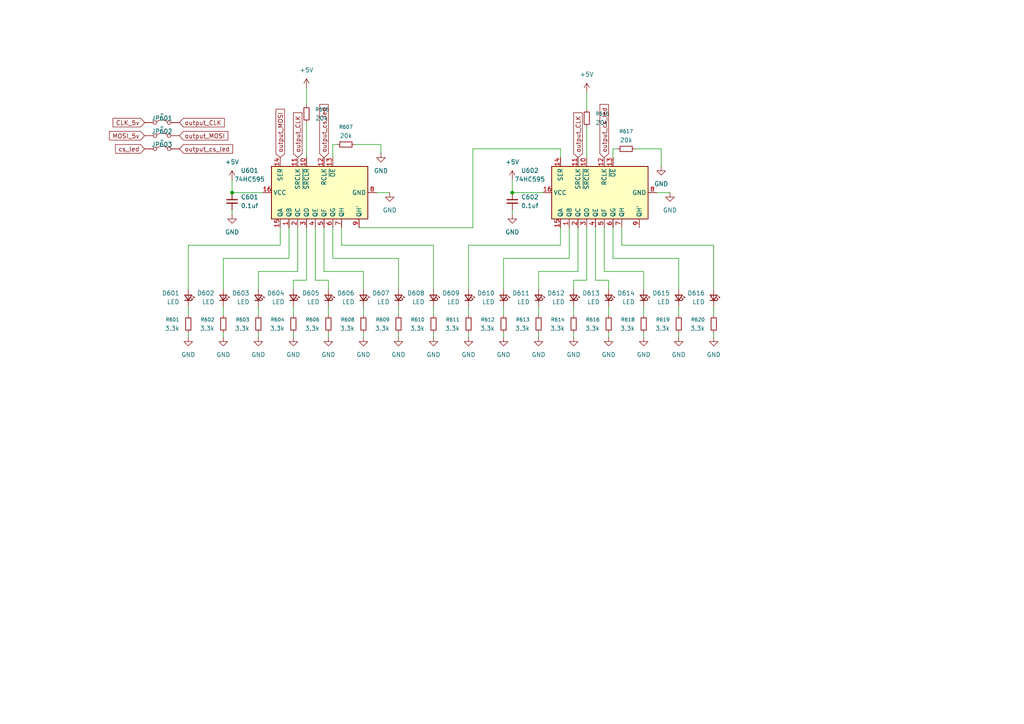
<source format=kicad_sch>
(kicad_sch (version 20250114) (generator "eeschema") (generator_version "9.0")
  (paper "A4")
  (lib_symbols
    (symbol "74xx:74HC595"
      (property "Reference" "U" (at -7.62 13.97 0))
      (property "Value" "74HC595" (at -7.62 -16.51 0))
      (symbol "74HC595_1_0"
        (pin input line (at -10.16 10.16 0) (length 2.54) (name "SER") (number "14"))
        (pin input line (at -10.16 5.08 0) (length 2.54) (name "SRCLK") (number "11"))
        (pin input line (at -10.16 2.54 0) (length 2.54) (name "~{SRCLR}") (number "10"))
        (pin input line (at -10.16 -2.54 0) (length 2.54) (name "RCLK") (number "12"))
        (pin input line (at -10.16 -5.08 0) (length 2.54) (name "~{OE}") (number "13"))
        (pin power_in line (at 0 15.24 270) (length 2.54) (name "VCC") (number "16"))
        (pin power_in line (at 0 -17.78 90) (length 2.54) (name "GND") (number "8"))
        (pin tri_state line (at 10.16 10.16 180) (length 2.54) (name "QA") (number "15"))
        (pin tri_state line (at 10.16 7.62 180) (length 2.54) (name "QB") (number "1"))
        (pin tri_state line (at 10.16 5.08 180) (length 2.54) (name "QC") (number "2"))
        (pin tri_state line (at 10.16 2.54 180) (length 2.54) (name "QD") (number "3"))
        (pin tri_state line (at 10.16 0 180) (length 2.54) (name "QE") (number "4"))
        (pin tri_state line (at 10.16 -2.54 180) (length 2.54) (name "QF") (number "5"))
        (pin tri_state line (at 10.16 -5.08 180) (length 2.54) (name "QG") (number "6"))
        (pin tri_state line (at 10.16 -7.62 180) (length 2.54) (name "QH") (number "7"))
        (pin output line (at 10.16 -12.7 180) (length 2.54) (name "QH'") (number "9"))
      )
      (symbol "74HC595_1_1"
        (rectangle (start -7.62 12.7) (end 7.62 -15.24) (stroke (width 0.254)) (fill (type background)))
      )
    )
    (symbol "Device:C_Small" (pin_numbers (hide yes)) (pin_names (offset 0.254) (hide yes))
      (property "Reference" "C" (at 0.254 1.778 0))
      (property "Value" "C_Small" (at 0.254 -2.032 0))
      (symbol "C_Small_0_1"
        (polyline (pts (xy -1.524 0.508) (xy 1.524 0.508)) (stroke (width 0.3048)))
        (polyline (pts (xy -1.524 -0.508) (xy 1.524 -0.508)) (stroke (width 0.3302)))
      )
      (symbol "C_Small_1_1"
        (pin passive line (at 0 2.54 270) (length 2.032) (name "~") (number "1"))
        (pin passive line (at 0 -2.54 90) (length 2.032) (name "~") (number "2"))
      )
    )
    (symbol "Device:LED_Small" (pin_numbers (hide yes)) (pin_names (offset 0.254) (hide yes))
      (property "Reference" "D" (at -1.27 3.175 0))
      (property "Value" "LED_Small" (at -4.445 -2.54 0))
      (symbol "LED_Small_0_1"
        (polyline (pts (xy -0.762 -1.016) (xy -0.762 1.016)) (stroke (width 0.254)))
        (polyline (pts (xy 0 0.762) (xy -0.508 1.27) (xy -0.254 1.27) (xy -0.508 1.27) (xy -0.508 1.016)))
        (polyline (pts (xy 0.508 1.27) (xy 0 1.778) (xy 0.254 1.778) (xy 0 1.778) (xy 0 1.524)))
        (polyline (pts (xy 0.762 -1.016) (xy -0.762 0) (xy 0.762 1.016) (xy 0.762 -1.016)) (stroke (width 0.254)))
        (polyline (pts (xy 1.016 0) (xy -0.762 0)))
      )
      (symbol "LED_Small_1_1"
        (pin passive line (at -2.54 0 0) (length 1.778) (name "K") (number "1"))
        (pin passive line (at 2.54 0 180) (length 1.778) (name "A") (number "2"))
      )
    )
    (symbol "Device:R_Small" (pin_numbers (hide yes)) (pin_names (offset 0.254) (hide yes))
      (property "Reference" "R" (at 0 0 90))
      (property "Value" "R_Small" (at 1.778 0 90))
      (symbol "R_Small_0_1"
        (rectangle (start -0.762 1.778) (end 0.762 -1.778) (stroke (width 0.2032)))
      )
      (symbol "R_Small_1_1"
        (pin passive line (at 0 2.54 270) (length 0.762) (name "~") (number "1"))
        (pin passive line (at 0 -2.54 90) (length 0.762) (name "~") (number "2"))
      )
    )
    (symbol "Jumper:Jumper_2_Bridged" (pin_numbers (hide yes)) (pin_names (offset 0) (hide yes))
      (property "Reference" "JP" (at 0 1.905 0))
      (property "Value" "Jumper_2_Bridged" (at 0 -2.54 0))
      (symbol "Jumper_2_Bridged_0_0"
        (circle (center -2.032 0) (radius 0.508))
        (circle (center 2.032 0) (radius 0.508))
      )
      (symbol "Jumper_2_Bridged_0_1"
        (arc (start -1.524 0.254) (mid 0 0.762) (end 1.524 0.254))
      )
      (symbol "Jumper_2_Bridged_1_1"
        (pin passive line (at -5.08 0 0) (length 2.54) (name "A") (number "1"))
        (pin passive line (at 5.08 0 180) (length 2.54) (name "B") (number "2"))
      )
    )
    (symbol "power:+5V" (power) (pin_numbers (hide yes)) (pin_names (offset 0) (hide yes))
      (property "Value" "+5V" (at 0 3.556 0))
      (symbol "+5V_0_1"
        (polyline (pts (xy -0.762 1.27) (xy 0 2.54)))
        (polyline (pts (xy 0 2.54) (xy 0.762 1.27)))
        (polyline (pts (xy 0 0) (xy 0 2.54)))
      )
      (symbol "+5V_1_1"
        (pin power_in line (at 0 0 90) (length 0) (name "~") (number "1"))
      )
    )
    (symbol "power:GND" (power) (pin_numbers (hide yes)) (pin_names (offset 0) (hide yes))
      (property "Value" "GND" (at 0 -3.81 0))
      (symbol "GND_0_1"
        (polyline (pts (xy 0 0) (xy 0 -1.27) (xy 1.27 -1.27) (xy 0 -2.54) (xy -1.27 -1.27) (xy 0 -1.27)))
      )
      (symbol "GND_1_1"
        (pin power_in line (at 0 0 270) (length 0) (name "~") (number "1"))
      )
    )
  )
  (junction (at 148.59 55.88))
  (junction (at 67.31 55.88))
  (wire (pts (xy 191.77 43.18) (xy 184.15 43.18)))
  (wire (pts (xy 207.01 88.9) (xy 207.01 91.44)))
  (wire (pts (xy 166.37 97.79) (xy 166.37 96.52)))
  (wire (pts (xy 135.89 71.12) (xy 162.56 71.12)))
  (wire (pts (xy 186.69 83.82) (xy 186.69 78.74)))
  (wire (pts (xy 64.77 83.82) (xy 64.77 74.93)))
  (wire (pts (xy 125.73 97.79) (xy 125.73 96.52)))
  (wire (pts (xy 146.05 74.93) (xy 165.1 74.93)))
  (wire (pts (xy 110.49 41.91) (xy 102.87 41.91)))
  (wire (pts (xy 64.77 88.9) (xy 64.77 91.44)))
  (wire (pts (xy 95.25 97.79) (xy 95.25 96.52)))
  (wire (pts (xy 85.09 97.79) (xy 85.09 96.52)))
  (wire (pts (xy 88.9 25.4) (xy 88.9 30.48)))
  (wire (pts (xy 170.18 36.83) (xy 170.18 45.72)))
  (wire (pts (xy 177.8 66.04) (xy 177.8 74.93)))
  (wire (pts (xy 156.21 88.9) (xy 156.21 91.44)))
  (wire (pts (xy 105.41 78.74) (xy 93.98 78.74)))
  (wire (pts (xy 115.57 88.9) (xy 115.57 91.44)))
  (wire (pts (xy 137.16 66.04) (xy 137.16 43.18)))
  (wire (pts (xy 74.93 97.79) (xy 74.93 96.52)))
  (wire (pts (xy 86.36 66.04) (xy 86.36 78.74)))
  (wire (pts (xy 177.8 74.93) (xy 196.85 74.93)))
  (wire (pts (xy 166.37 88.9) (xy 166.37 91.44)))
  (wire (pts (xy 162.56 43.18) (xy 162.56 45.72)))
  (wire (pts (xy 207.01 97.79) (xy 207.01 96.52)))
  (wire (pts (xy 96.52 74.93) (xy 115.57 74.93)))
  (wire (pts (xy 115.57 74.93) (xy 115.57 83.82)))
  (wire (pts (xy 109.22 55.88) (xy 113.03 55.88)))
  (wire (pts (xy 110.49 44.45) (xy 110.49 41.91)))
  (wire (pts (xy 179.07 43.18) (xy 177.8 43.18)))
  (wire (pts (xy 67.31 62.23) (xy 67.31 60.96)))
  (wire (pts (xy 156.21 97.79) (xy 156.21 96.52)))
  (wire (pts (xy 177.8 43.18) (xy 177.8 45.72)))
  (wire (pts (xy 115.57 97.79) (xy 115.57 96.52)))
  (wire (pts (xy 95.25 81.28) (xy 95.25 83.82)))
  (wire (pts (xy 176.53 88.9) (xy 176.53 91.44)))
  (wire (pts (xy 175.26 66.04) (xy 175.26 78.74)))
  (wire (pts (xy 146.05 88.9) (xy 146.05 91.44)))
  (wire (pts (xy 186.69 97.79) (xy 186.69 96.52)))
  (wire (pts (xy 105.41 88.9) (xy 105.41 91.44)))
  (wire (pts (xy 176.53 81.28) (xy 176.53 83.82)))
  (wire (pts (xy 135.89 88.9) (xy 135.89 91.44)))
  (wire (pts (xy 99.06 71.12) (xy 125.73 71.12)))
  (wire (pts (xy 54.61 97.79) (xy 54.61 96.52)))
  (wire (pts (xy 166.37 81.28) (xy 170.18 81.28)))
  (wire (pts (xy 196.85 88.9) (xy 196.85 91.44)))
  (wire (pts (xy 148.59 55.88) (xy 157.48 55.88)))
  (wire (pts (xy 95.25 88.9) (xy 95.25 91.44)))
  (wire (pts (xy 99.06 66.04) (xy 99.06 71.12)))
  (wire (pts (xy 83.82 66.04) (xy 83.82 74.93)))
  (wire (pts (xy 165.1 66.04) (xy 165.1 74.93)))
  (wire (pts (xy 146.05 83.82) (xy 146.05 74.93)))
  (wire (pts (xy 105.41 83.82) (xy 105.41 78.74)))
  (wire (pts (xy 104.14 66.04) (xy 137.16 66.04)))
  (wire (pts (xy 190.5 55.88) (xy 194.31 55.88)))
  (wire (pts (xy 88.9 35.56) (xy 88.9 45.72)))
  (wire (pts (xy 85.09 81.28) (xy 88.9 81.28)))
  (wire (pts (xy 186.69 78.74) (xy 175.26 78.74)))
  (wire (pts (xy 74.93 83.82) (xy 74.93 78.74)))
  (wire (pts (xy 93.98 66.04) (xy 93.98 78.74)))
  (wire (pts (xy 170.18 66.04) (xy 170.18 81.28)))
  (wire (pts (xy 170.18 26.67) (xy 170.18 31.75)))
  (wire (pts (xy 54.61 71.12) (xy 81.28 71.12)))
  (wire (pts (xy 156.21 78.74) (xy 167.64 78.74)))
  (wire (pts (xy 146.05 97.79) (xy 146.05 96.52)))
  (wire (pts (xy 125.73 88.9) (xy 125.73 91.44)))
  (wire (pts (xy 135.89 83.82) (xy 135.89 71.12)))
  (wire (pts (xy 162.56 71.12) (xy 162.56 66.04)))
  (wire (pts (xy 96.52 41.91) (xy 96.52 45.72)))
  (wire (pts (xy 81.28 71.12) (xy 81.28 66.04)))
  (wire (pts (xy 97.79 41.91) (xy 96.52 41.91)))
  (wire (pts (xy 196.85 97.79) (xy 196.85 96.52)))
  (wire (pts (xy 91.44 66.04) (xy 91.44 81.28)))
  (wire (pts (xy 148.59 62.23) (xy 148.59 60.96)))
  (wire (pts (xy 125.73 71.12) (xy 125.73 83.82)))
  (wire (pts (xy 167.64 66.04) (xy 167.64 78.74)))
  (wire (pts (xy 105.41 97.79) (xy 105.41 96.52)))
  (wire (pts (xy 176.53 97.79) (xy 176.53 96.52)))
  (wire (pts (xy 137.16 43.18) (xy 162.56 43.18)))
  (wire (pts (xy 96.52 66.04) (xy 96.52 74.93)))
  (wire (pts (xy 88.9 66.04) (xy 88.9 81.28)))
  (wire (pts (xy 74.93 88.9) (xy 74.93 91.44)))
  (wire (pts (xy 172.72 66.04) (xy 172.72 81.28)))
  (wire (pts (xy 156.21 83.82) (xy 156.21 78.74)))
  (wire (pts (xy 91.44 81.28) (xy 95.25 81.28)))
  (wire (pts (xy 64.77 97.79) (xy 64.77 96.52)))
  (wire (pts (xy 54.61 88.9) (xy 54.61 91.44)))
  (wire (pts (xy 191.77 43.18) (xy 191.77 48.26)))
  (wire (pts (xy 135.89 97.79) (xy 135.89 96.52)))
  (wire (pts (xy 67.31 52.07) (xy 67.31 55.88)))
  (wire (pts (xy 207.01 71.12) (xy 207.01 83.82)))
  (wire (pts (xy 54.61 83.82) (xy 54.61 71.12)))
  (wire (pts (xy 196.85 74.93) (xy 196.85 83.82)))
  (wire (pts (xy 67.31 55.88) (xy 76.2 55.88)))
  (wire (pts (xy 172.72 81.28) (xy 176.53 81.28)))
  (wire (pts (xy 180.34 66.04) (xy 180.34 71.12)))
  (wire (pts (xy 186.69 88.9) (xy 186.69 91.44)))
  (wire (pts (xy 85.09 88.9) (xy 85.09 91.44)))
  (wire (pts (xy 180.34 71.12) (xy 207.01 71.12)))
  (wire (pts (xy 166.37 83.82) (xy 166.37 81.28)))
  (wire (pts (xy 85.09 83.82) (xy 85.09 81.28)))
  (wire (pts (xy 74.93 78.74) (xy 86.36 78.74)))
  (wire (pts (xy 148.59 52.07) (xy 148.59 55.88)))
  (wire (pts (xy 64.77 74.93) (xy 83.82 74.93)))
  (global_label "output_cs_led" (shape input) (at 175.26 45.72 90) (property "Intersheetrefs" "${INTERSHEET_REFS}" (effects (hide yes))))
  (global_label "output_CLK" (shape input) (at 167.64 45.72 90) (property "Intersheetrefs" "${INTERSHEET_REFS}" (effects (hide yes))))
  (global_label "output_cs_led" (shape input) (at 52.07 43.18 0) (property "Intersheetrefs" "${INTERSHEET_REFS}" (effects (hide yes))))
  (global_label "cs_led" (shape input) (at 41.91 43.18 180) (property "Intersheetrefs" "${INTERSHEET_REFS}" (effects (hide yes))))
  (global_label "MOSI_5v" (shape input) (at 41.91 39.37 180) (property "Intersheetrefs" "${INTERSHEET_REFS}" (effects (hide yes))))
  (global_label "output_CLK" (shape input) (at 86.36 45.72 90) (property "Intersheetrefs" "${INTERSHEET_REFS}" (effects (hide yes))))
  (global_label "output_cs_led" (shape input) (at 93.98 45.72 90) (property "Intersheetrefs" "${INTERSHEET_REFS}" (effects (hide yes))))
  (global_label "output_MOSI" (shape input) (at 81.28 45.72 90) (property "Intersheetrefs" "${INTERSHEET_REFS}" (effects (hide yes))))
  (global_label "output_CLK" (shape input) (at 52.07 35.56 0) (property "Intersheetrefs" "${INTERSHEET_REFS}" (effects (hide yes))))
  (global_label "output_MOSI" (shape input) (at 52.07 39.37 0) (property "Intersheetrefs" "${INTERSHEET_REFS}" (effects (hide yes))))
  (global_label "CLK_5v" (shape input) (at 41.91 35.56 180) (property "Intersheetrefs" "${INTERSHEET_REFS}" (effects (hide yes))))
  (symbol (lib_id "power:GND") (at 110.49 44.45 0) (unit 1)
    (property "Reference" "#PWR0610" (effects (hide yes)))
    (property "Value" "GND" (at 110.49 49.53 0))
    (property "Description" "Power symbol creates a global label with name \"GND\" , ground" (effects (hide yes)))
  )
  (symbol (lib_id "Device:R_Small") (at 125.73 93.98 0) (mirror y) (unit 1)
    (property "Reference" "R610" (at 123.19 92.7099 0) (effects (font (size 1.016 1.016)) (justify left)))
    (property "Value" "3.3k" (at 123.19 95.2499 0) (effects (justify left)))
    (property "Footprint" "Resistor_SMD:R_0805_2012Metric_Pad1.20x1.40mm_HandSolder" (effects (hide yes)))
    (property "Description" "Resistor, small symbol" (effects (hide yes)))
  )
  (symbol (lib_id "power:GND") (at 135.89 97.79 0) (mirror y) (unit 1)
    (property "Reference" "#PWR0614" (effects (hide yes)))
    (property "Value" "GND" (at 135.89 102.87 0))
    (property "Description" "Power symbol creates a global label with name \"GND\" , ground" (effects (hide yes)))
  )
  (symbol (lib_id "Device:LED_Small") (at 207.01 86.36 270) (mirror x) (unit 1)
    (property "Reference" "D616" (at 204.47 85.0264 90) (effects (justify right)))
    (property "Value" "LED" (at 204.47 87.5664 90) (effects (justify right)))
    (property "Footprint" "LED_SMD:LED_0805_2012Metric_Pad1.15x1.40mm_HandSolder" (effects (hide yes)))
    (property "Description" "Light emitting diode, small symbol" (effects (hide yes)))
    (property "Sim.Pin" "1=K 2=A" (effects (hide yes)))
  )
  (symbol (lib_id "Device:LED_Small") (at 156.21 86.36 270) (mirror x) (unit 1)
    (property "Reference" "D611" (at 153.67 85.0264 90) (effects (justify right)))
    (property "Value" "LED" (at 153.67 87.5664 90) (effects (justify right)))
    (property "Footprint" "LED_SMD:LED_0805_2012Metric_Pad1.15x1.40mm_HandSolder" (effects (hide yes)))
    (property "Description" "Light emitting diode, small symbol" (effects (hide yes)))
    (property "Sim.Pin" "1=K 2=A" (effects (hide yes)))
  )
  (symbol (lib_id "Device:R_Small") (at 95.25 93.98 0) (mirror y) (unit 1)
    (property "Reference" "R606" (at 92.71 92.7099 0) (effects (font (size 1.016 1.016)) (justify left)))
    (property "Value" "3.3k" (at 92.71 95.2499 0) (effects (justify left)))
    (property "Footprint" "Resistor_SMD:R_0805_2012Metric_Pad1.20x1.40mm_HandSolder" (effects (hide yes)))
    (property "Description" "Resistor, small symbol" (effects (hide yes)))
  )
  (symbol (lib_id "power:GND") (at 54.61 97.79 0) (mirror y) (unit 1)
    (property "Reference" "#PWR0601" (effects (hide yes)))
    (property "Value" "GND" (at 54.61 102.87 0))
    (property "Description" "Power symbol creates a global label with name \"GND\" , ground" (effects (hide yes)))
  )
  (symbol (lib_id "power:GND") (at 156.21 97.79 0) (mirror y) (unit 1)
    (property "Reference" "#PWR0618" (effects (hide yes)))
    (property "Value" "GND" (at 156.21 102.87 0))
    (property "Description" "Power symbol creates a global label with name \"GND\" , ground" (effects (hide yes)))
  )
  (symbol (lib_id "Device:LED_Small") (at 176.53 86.36 270) (mirror x) (unit 1)
    (property "Reference" "D613" (at 173.99 85.0264 90) (effects (justify right)))
    (property "Value" "LED" (at 173.99 87.5664 90) (effects (justify right)))
    (property "Footprint" "LED_SMD:LED_0805_2012Metric_Pad1.15x1.40mm_HandSolder" (effects (hide yes)))
    (property "Description" "Light emitting diode, small symbol" (effects (hide yes)))
    (property "Sim.Pin" "1=K 2=A" (effects (hide yes)))
  )
  (symbol (lib_id "Device:R_Small") (at 166.37 93.98 0) (mirror y) (unit 1)
    (property "Reference" "R614" (at 163.83 92.7099 0) (effects (font (size 1.016 1.016)) (justify left)))
    (property "Value" "3.3k" (at 163.83 95.2499 0) (effects (justify left)))
    (property "Footprint" "Resistor_SMD:R_0805_2012Metric_Pad1.20x1.40mm_HandSolder" (effects (hide yes)))
    (property "Description" "Resistor, small symbol" (effects (hide yes)))
  )
  (symbol (lib_id "Device:C_Small") (at 67.31 58.42 0) (mirror y) (unit 1)
    (property "Reference" "C601" (at 69.85 57.1562 0) (effects (justify right)))
    (property "Value" "0.1uf" (at 69.85 59.6962 0) (effects (justify right)))
    (property "Footprint" "LED_SMD:LED_0805_2012Metric_Pad1.15x1.40mm_HandSolder" (effects (hide yes)))
    (property "Description" "Unpolarized capacitor, small symbol" (effects (hide yes)))
  )
  (symbol (lib_id "power:GND") (at 176.53 97.79 0) (mirror y) (unit 1)
    (property "Reference" "#PWR0621" (effects (hide yes)))
    (property "Value" "GND" (at 176.53 102.87 0))
    (property "Description" "Power symbol creates a global label with name \"GND\" , ground" (effects (hide yes)))
  )
  (symbol (lib_id "Device:LED_Small") (at 54.61 86.36 270) (mirror x) (unit 1)
    (property "Reference" "D601" (at 52.07 85.0264 90) (effects (justify right)))
    (property "Value" "LED" (at 52.07 87.5664 90) (effects (justify right)))
    (property "Footprint" "LED_SMD:LED_0805_2012Metric_Pad1.15x1.40mm_HandSolder" (effects (hide yes)))
    (property "Description" "Light emitting diode, small symbol" (effects (hide yes)))
    (property "Sim.Pin" "1=K 2=A" (effects (hide yes)))
  )
  (symbol (lib_id "Device:R_Small") (at 74.93 93.98 0) (mirror y) (unit 1)
    (property "Reference" "R603" (at 72.39 92.7099 0) (effects (font (size 1.016 1.016)) (justify left)))
    (property "Value" "3.3k" (at 72.39 95.2499 0) (effects (justify left)))
    (property "Footprint" "Resistor_SMD:R_0805_2012Metric_Pad1.20x1.40mm_HandSolder" (effects (hide yes)))
    (property "Description" "Resistor, small symbol" (effects (hide yes)))
  )
  (symbol (lib_id "power:GND") (at 115.57 97.79 0) (mirror y) (unit 1)
    (property "Reference" "#PWR0612" (effects (hide yes)))
    (property "Value" "GND" (at 115.57 102.87 0))
    (property "Description" "Power symbol creates a global label with name \"GND\" , ground" (effects (hide yes)))
  )
  (symbol (lib_id "Device:LED_Small") (at 105.41 86.36 270) (mirror x) (unit 1)
    (property "Reference" "D606" (at 102.87 85.0264 90) (effects (justify right)))
    (property "Value" "LED" (at 102.87 87.5664 90) (effects (justify right)))
    (property "Footprint" "LED_SMD:LED_0805_2012Metric_Pad1.15x1.40mm_HandSolder" (effects (hide yes)))
    (property "Description" "Light emitting diode, small symbol" (effects (hide yes)))
    (property "Sim.Pin" "1=K 2=A" (effects (hide yes)))
  )
  (symbol (lib_id "power:GND") (at 194.31 55.88 0) (unit 1)
    (property "Reference" "#PWR0624" (effects (hide yes)))
    (property "Value" "GND" (at 194.31 60.96 0))
    (property "Description" "Power symbol creates a global label with name \"GND\" , ground" (effects (hide yes)))
  )
  (symbol (lib_id "Device:R_Small") (at 170.18 34.29 0) (mirror y) (unit 1)
    (property "Reference" "R615" (at 172.72 33.0199 0) (effects (font (size 1.016 1.016)) (justify right)))
    (property "Value" "20k" (at 172.72 35.5599 0) (effects (justify right)))
    (property "Footprint" "Resistor_SMD:R_0805_2012Metric_Pad1.20x1.40mm_HandSolder" (effects (hide yes)))
    (property "Description" "Resistor, small symbol" (effects (hide yes)))
  )
  (symbol (lib_id "power:+5V") (at 88.9 25.4 0) (unit 1)
    (property "Reference" "#PWR0607" (effects (hide yes)))
    (property "Value" "+5V" (at 88.9 20.32 0))
    (property "Description" "Power symbol creates a global label with name \"+5V\"" (effects (hide yes)))
  )
  (symbol (lib_id "Device:LED_Small") (at 186.69 86.36 270) (mirror x) (unit 1)
    (property "Reference" "D614" (at 184.15 85.0264 90) (effects (justify right)))
    (property "Value" "LED" (at 184.15 87.5664 90) (effects (justify right)))
    (property "Footprint" "LED_SMD:LED_0805_2012Metric_Pad1.15x1.40mm_HandSolder" (effects (hide yes)))
    (property "Description" "Light emitting diode, small symbol" (effects (hide yes)))
    (property "Sim.Pin" "1=K 2=A" (effects (hide yes)))
  )
  (symbol (lib_id "Device:R_Small") (at 88.9 33.02 0) (mirror y) (unit 1)
    (property "Reference" "R605" (at 91.44 31.7499 0) (effects (font (size 1.016 1.016)) (justify right)))
    (property "Value" "20k" (at 91.44 34.2899 0) (effects (justify right)))
    (property "Footprint" "Resistor_SMD:R_0805_2012Metric_Pad1.20x1.40mm_HandSolder" (effects (hide yes)))
    (property "Description" "Resistor, small symbol" (effects (hide yes)))
  )
  (symbol (lib_id "Device:R_Small") (at 54.61 93.98 0) (mirror y) (unit 1)
    (property "Reference" "R601" (at 52.07 92.7099 0) (effects (font (size 1.016 1.016)) (justify left)))
    (property "Value" "3.3k" (at 52.07 95.2499 0) (effects (justify left)))
    (property "Footprint" "Resistor_SMD:R_0805_2012Metric_Pad1.20x1.40mm_HandSolder" (effects (hide yes)))
    (property "Description" "Resistor, small symbol" (effects (hide yes)))
  )
  (symbol (lib_id "Jumper:Jumper_2_Bridged") (at 46.99 39.37 0) (unit 1)
    (property "Reference" "JP602" (at 46.99 38.1 0))
    (property "Value" "~" (at 46.99 36.83 0))
    (property "Footprint" "Jumper:SolderJumper-2_P1.3mm_Bridged_RoundedPad1.0x1.5mm" (effects (hide yes)))
    (property "Description" "Jumper, 2-pole, closed/bridged" (effects (hide yes)))
  )
  (symbol (lib_id "Device:LED_Small") (at 146.05 86.36 270) (mirror x) (unit 1)
    (property "Reference" "D610" (at 143.51 85.0264 90) (effects (justify right)))
    (property "Value" "LED" (at 143.51 87.5664 90) (effects (justify right)))
    (property "Footprint" "LED_SMD:LED_0805_2012Metric_Pad1.15x1.40mm_HandSolder" (effects (hide yes)))
    (property "Description" "Light emitting diode, small symbol" (effects (hide yes)))
    (property "Sim.Pin" "1=K 2=A" (effects (hide yes)))
  )
  (symbol (lib_id "power:GND") (at 191.77 48.26 0) (unit 1)
    (property "Reference" "#PWR0623" (effects (hide yes)))
    (property "Value" "GND" (at 191.77 53.34 0))
    (property "Description" "Power symbol creates a global label with name \"GND\" , ground" (effects (hide yes)))
  )
  (symbol (lib_id "Device:R_Small") (at 156.21 93.98 0) (mirror y) (unit 1)
    (property "Reference" "R613" (at 153.67 92.7099 0) (effects (font (size 1.016 1.016)) (justify left)))
    (property "Value" "3.3k" (at 153.67 95.2499 0) (effects (justify left)))
    (property "Footprint" "Resistor_SMD:R_0805_2012Metric_Pad1.20x1.40mm_HandSolder" (effects (hide yes)))
    (property "Description" "Resistor, small symbol" (effects (hide yes)))
  )
  (symbol (lib_id "Device:R_Small") (at 176.53 93.98 0) (mirror y) (unit 1)
    (property "Reference" "R616" (at 173.99 92.7099 0) (effects (font (size 1.016 1.016)) (justify left)))
    (property "Value" "3.3k" (at 173.99 95.2499 0) (effects (justify left)))
    (property "Footprint" "Resistor_SMD:R_0805_2012Metric_Pad1.20x1.40mm_HandSolder" (effects (hide yes)))
    (property "Description" "Resistor, small symbol" (effects (hide yes)))
  )
  (symbol (lib_id "74xx:74HC595") (at 172.72 55.88 90) (mirror x) (unit 1)
    (property "Reference" "U602" (at 153.67 49.4598 90))
    (property "Value" "74HC595" (at 153.67 51.9998 90))
    (property "Footprint" "Package_SO:SO-16_3.9x9.9mm_P1.27mm" (effects (hide yes)))
    (property "Datasheet" "http://www.ti.com/lit/ds/symlink/sn74hc595.pdf" (effects (hide yes)))
    (property "Description" "8-bit serial in/out Shift Register 3-State Outputs" (effects (hide yes)))
  )
  (symbol (lib_id "Jumper:Jumper_2_Bridged") (at 46.99 43.18 0) (unit 1)
    (property "Reference" "JP603" (at 46.99 41.91 0))
    (property "Value" "~" (at 46.99 40.64 0))
    (property "Footprint" "Jumper:SolderJumper-2_P1.3mm_Bridged_RoundedPad1.0x1.5mm" (effects (hide yes)))
    (property "Description" "Jumper, 2-pole, closed/bridged" (effects (hide yes)))
  )
  (symbol (lib_id "power:+5V") (at 148.59 52.07 0) (unit 1)
    (property "Reference" "#PWR0616" (effects (hide yes)))
    (property "Value" "+5V" (at 148.59 46.99 0))
    (property "Description" "Power symbol creates a global label with name \"+5V\"" (effects (hide yes)))
  )
  (symbol (lib_id "Device:R_Small") (at 85.09 93.98 0) (mirror y) (unit 1)
    (property "Reference" "R604" (at 82.55 92.7099 0) (effects (font (size 1.016 1.016)) (justify left)))
    (property "Value" "3.3k" (at 82.55 95.2499 0) (effects (justify left)))
    (property "Footprint" "Resistor_SMD:R_0805_2012Metric_Pad1.20x1.40mm_HandSolder" (effects (hide yes)))
    (property "Description" "Resistor, small symbol" (effects (hide yes)))
  )
  (symbol (lib_id "Device:R_Small") (at 105.41 93.98 0) (mirror y) (unit 1)
    (property "Reference" "R608" (at 102.87 92.7099 0) (effects (font (size 1.016 1.016)) (justify left)))
    (property "Value" "3.3k" (at 102.87 95.2499 0) (effects (justify left)))
    (property "Footprint" "Resistor_SMD:R_0805_2012Metric_Pad1.20x1.40mm_HandSolder" (effects (hide yes)))
    (property "Description" "Resistor, small symbol" (effects (hide yes)))
  )
  (symbol (lib_id "power:GND") (at 64.77 97.79 0) (mirror y) (unit 1)
    (property "Reference" "#PWR0602" (effects (hide yes)))
    (property "Value" "GND" (at 64.77 102.87 0))
    (property "Description" "Power symbol creates a global label with name \"GND\" , ground" (effects (hide yes)))
  )
  (symbol (lib_id "power:GND") (at 125.73 97.79 0) (mirror y) (unit 1)
    (property "Reference" "#PWR0613" (effects (hide yes)))
    (property "Value" "GND" (at 125.73 102.87 0))
    (property "Description" "Power symbol creates a global label with name \"GND\" , ground" (effects (hide yes)))
  )
  (symbol (lib_id "power:GND") (at 148.59 62.23 0) (unit 1)
    (property "Reference" "#PWR0617" (effects (hide yes)))
    (property "Value" "GND" (at 148.59 67.31 0))
    (property "Description" "Power symbol creates a global label with name \"GND\" , ground" (effects (hide yes)))
  )
  (symbol (lib_id "Device:LED_Small") (at 95.25 86.36 270) (mirror x) (unit 1)
    (property "Reference" "D605" (at 92.71 85.0264 90) (effects (justify right)))
    (property "Value" "LED" (at 92.71 87.5664 90) (effects (justify right)))
    (property "Footprint" "LED_SMD:LED_0805_2012Metric_Pad1.15x1.40mm_HandSolder" (effects (hide yes)))
    (property "Description" "Light emitting diode, small symbol" (effects (hide yes)))
    (property "Sim.Pin" "1=K 2=A" (effects (hide yes)))
  )
  (symbol (lib_id "Device:R_Small") (at 135.89 93.98 0) (mirror y) (unit 1)
    (property "Reference" "R611" (at 133.35 92.7099 0) (effects (font (size 1.016 1.016)) (justify left)))
    (property "Value" "3.3k" (at 133.35 95.2499 0) (effects (justify left)))
    (property "Footprint" "Resistor_SMD:R_0805_2012Metric_Pad1.20x1.40mm_HandSolder" (effects (hide yes)))
    (property "Description" "Resistor, small symbol" (effects (hide yes)))
  )
  (symbol (lib_id "power:GND") (at 166.37 97.79 0) (mirror y) (unit 1)
    (property "Reference" "#PWR0619" (effects (hide yes)))
    (property "Value" "GND" (at 166.37 102.87 0))
    (property "Description" "Power symbol creates a global label with name \"GND\" , ground" (effects (hide yes)))
  )
  (symbol (lib_id "Device:LED_Small") (at 135.89 86.36 270) (mirror x) (unit 1)
    (property "Reference" "D609" (at 133.35 85.0264 90) (effects (justify right)))
    (property "Value" "LED" (at 133.35 87.5664 90) (effects (justify right)))
    (property "Footprint" "LED_SMD:LED_0805_2012Metric_Pad1.15x1.40mm_HandSolder" (effects (hide yes)))
    (property "Description" "Light emitting diode, small symbol" (effects (hide yes)))
    (property "Sim.Pin" "1=K 2=A" (effects (hide yes)))
  )
  (symbol (lib_id "74xx:74HC595") (at 91.44 55.88 90) (mirror x) (unit 1)
    (property "Reference" "U601" (at 72.39 49.4598 90))
    (property "Value" "74HC595" (at 72.39 51.9998 90))
    (property "Footprint" "Package_SO:SO-16_3.9x9.9mm_P1.27mm" (effects (hide yes)))
    (property "Datasheet" "http://www.ti.com/lit/ds/symlink/sn74hc595.pdf" (effects (hide yes)))
    (property "Description" "8-bit serial in/out Shift Register 3-State Outputs" (effects (hide yes)))
  )
  (symbol (lib_id "power:GND") (at 85.09 97.79 0) (mirror y) (unit 1)
    (property "Reference" "#PWR0606" (effects (hide yes)))
    (property "Value" "GND" (at 85.09 102.87 0))
    (property "Description" "Power symbol creates a global label with name \"GND\" , ground" (effects (hide yes)))
  )
  (symbol (lib_id "Device:R_Small") (at 146.05 93.98 0) (mirror y) (unit 1)
    (property "Reference" "R612" (at 143.51 92.7099 0) (effects (font (size 1.016 1.016)) (justify left)))
    (property "Value" "3.3k" (at 143.51 95.2499 0) (effects (justify left)))
    (property "Footprint" "Resistor_SMD:R_0805_2012Metric_Pad1.20x1.40mm_HandSolder" (effects (hide yes)))
    (property "Description" "Resistor, small symbol" (effects (hide yes)))
  )
  (symbol (lib_id "Device:R_Small") (at 100.33 41.91 90) (mirror x) (unit 1)
    (property "Reference" "R607" (at 100.33 36.83 90) (effects (font (size 1.016 1.016))))
    (property "Value" "20k" (at 100.33 39.37 90))
    (property "Footprint" "Resistor_SMD:R_0805_2012Metric_Pad1.20x1.40mm_HandSolder" (effects (hide yes)))
    (property "Description" "Resistor, small symbol" (effects (hide yes)))
  )
  (symbol (lib_id "Device:LED_Small") (at 85.09 86.36 270) (mirror x) (unit 1)
    (property "Reference" "D604" (at 82.55 85.0264 90) (effects (justify right)))
    (property "Value" "LED" (at 82.55 87.5664 90) (effects (justify right)))
    (property "Footprint" "LED_SMD:LED_0805_2012Metric_Pad1.15x1.40mm_HandSolder" (effects (hide yes)))
    (property "Description" "Light emitting diode, small symbol" (effects (hide yes)))
    (property "Sim.Pin" "1=K 2=A" (effects (hide yes)))
  )
  (symbol (lib_id "Jumper:Jumper_2_Bridged") (at 46.99 35.56 0) (unit 1)
    (property "Reference" "JP601" (at 46.99 34.29 0))
    (property "Value" "~" (at 46.99 33.02 0))
    (property "Footprint" "Jumper:SolderJumper-2_P1.3mm_Bridged_RoundedPad1.0x1.5mm" (effects (hide yes)))
    (property "Description" "Jumper, 2-pole, closed/bridged" (effects (hide yes)))
  )
  (symbol (lib_id "Device:R_Small") (at 64.77 93.98 0) (mirror y) (unit 1)
    (property "Reference" "R602" (at 62.23 92.7099 0) (effects (font (size 1.016 1.016)) (justify left)))
    (property "Value" "3.3k" (at 62.23 95.2499 0) (effects (justify left)))
    (property "Footprint" "Resistor_SMD:R_0805_2012Metric_Pad1.20x1.40mm_HandSolder" (effects (hide yes)))
    (property "Description" "Resistor, small symbol" (effects (hide yes)))
  )
  (symbol (lib_id "Device:LED_Small") (at 115.57 86.36 270) (mirror x) (unit 1)
    (property "Reference" "D607" (at 113.03 85.0264 90) (effects (justify right)))
    (property "Value" "LED" (at 113.03 87.5664 90) (effects (justify right)))
    (property "Footprint" "LED_SMD:LED_0805_2012Metric_Pad1.15x1.40mm_HandSolder" (effects (hide yes)))
    (property "Description" "Light emitting diode, small symbol" (effects (hide yes)))
    (property "Sim.Pin" "1=K 2=A" (effects (hide yes)))
  )
  (symbol (lib_id "Device:LED_Small") (at 125.73 86.36 270) (mirror x) (unit 1)
    (property "Reference" "D608" (at 123.19 85.0264 90) (effects (justify right)))
    (property "Value" "LED" (at 123.19 87.5664 90) (effects (justify right)))
    (property "Footprint" "LED_SMD:LED_0805_2012Metric_Pad1.15x1.40mm_HandSolder" (effects (hide yes)))
    (property "Description" "Light emitting diode, small symbol" (effects (hide yes)))
    (property "Sim.Pin" "1=K 2=A" (effects (hide yes)))
  )
  (symbol (lib_id "power:GND") (at 74.93 97.79 0) (mirror y) (unit 1)
    (property "Reference" "#PWR0605" (effects (hide yes)))
    (property "Value" "GND" (at 74.93 102.87 0))
    (property "Description" "Power symbol creates a global label with name \"GND\" , ground" (effects (hide yes)))
  )
  (symbol (lib_id "power:GND") (at 105.41 97.79 0) (mirror y) (unit 1)
    (property "Reference" "#PWR0609" (effects (hide yes)))
    (property "Value" "GND" (at 105.41 102.87 0))
    (property "Description" "Power symbol creates a global label with name \"GND\" , ground" (effects (hide yes)))
  )
  (symbol (lib_id "Device:LED_Small") (at 74.93 86.36 270) (mirror x) (unit 1)
    (property "Reference" "D603" (at 72.39 85.0264 90) (effects (justify right)))
    (property "Value" "LED" (at 72.39 87.5664 90) (effects (justify right)))
    (property "Footprint" "LED_SMD:LED_0805_2012Metric_Pad1.15x1.40mm_HandSolder" (effects (hide yes)))
    (property "Description" "Light emitting diode, small symbol" (effects (hide yes)))
    (property "Sim.Pin" "1=K 2=A" (effects (hide yes)))
  )
  (symbol (lib_id "Device:R_Small") (at 207.01 93.98 0) (mirror y) (unit 1)
    (property "Reference" "R620" (at 204.47 92.7099 0) (effects (font (size 1.016 1.016)) (justify left)))
    (property "Value" "3.3k" (at 204.47 95.2499 0) (effects (justify left)))
    (property "Footprint" "Resistor_SMD:R_0805_2012Metric_Pad1.20x1.40mm_HandSolder" (effects (hide yes)))
    (property "Description" "Resistor, small symbol" (effects (hide yes)))
  )
  (symbol (lib_id "power:GND") (at 67.31 62.23 0) (unit 1)
    (property "Reference" "#PWR0604" (effects (hide yes)))
    (property "Value" "GND" (at 67.31 67.31 0))
    (property "Description" "Power symbol creates a global label with name \"GND\" , ground" (effects (hide yes)))
  )
  (symbol (lib_id "Device:C_Small") (at 148.59 58.42 0) (mirror y) (unit 1)
    (property "Reference" "C602" (at 151.13 57.1562 0) (effects (justify right)))
    (property "Value" "0.1uf" (at 151.13 59.6962 0) (effects (justify right)))
    (property "Footprint" "LED_SMD:LED_0805_2012Metric_Pad1.15x1.40mm_HandSolder" (effects (hide yes)))
    (property "Description" "Unpolarized capacitor, small symbol" (effects (hide yes)))
  )
  (symbol (lib_id "Device:R_Small") (at 115.57 93.98 0) (mirror y) (unit 1)
    (property "Reference" "R609" (at 113.03 92.7099 0) (effects (font (size 1.016 1.016)) (justify left)))
    (property "Value" "3.3k" (at 113.03 95.2499 0) (effects (justify left)))
    (property "Footprint" "Resistor_SMD:R_0805_2012Metric_Pad1.20x1.40mm_HandSolder" (effects (hide yes)))
    (property "Description" "Resistor, small symbol" (effects (hide yes)))
  )
  (symbol (lib_id "power:GND") (at 207.01 97.79 0) (mirror y) (unit 1)
    (property "Reference" "#PWR0626" (effects (hide yes)))
    (property "Value" "GND" (at 207.01 102.87 0))
    (property "Description" "Power symbol creates a global label with name \"GND\" , ground" (effects (hide yes)))
  )
  (symbol (lib_id "Device:R_Small") (at 186.69 93.98 0) (mirror y) (unit 1)
    (property "Reference" "R618" (at 184.15 92.7099 0) (effects (font (size 1.016 1.016)) (justify left)))
    (property "Value" "3.3k" (at 184.15 95.2499 0) (effects (justify left)))
    (property "Footprint" "Resistor_SMD:R_0805_2012Metric_Pad1.20x1.40mm_HandSolder" (effects (hide yes)))
    (property "Description" "Resistor, small symbol" (effects (hide yes)))
  )
  (symbol (lib_id "power:+5V") (at 67.31 52.07 0) (unit 1)
    (property "Reference" "#PWR0603" (effects (hide yes)))
    (property "Value" "+5V" (at 67.31 46.99 0))
    (property "Description" "Power symbol creates a global label with name \"+5V\"" (effects (hide yes)))
  )
  (symbol (lib_id "Device:R_Small") (at 196.85 93.98 0) (mirror y) (unit 1)
    (property "Reference" "R619" (at 194.31 92.7099 0) (effects (font (size 1.016 1.016)) (justify left)))
    (property "Value" "3.3k" (at 194.31 95.2499 0) (effects (justify left)))
    (property "Footprint" "Resistor_SMD:R_0805_2012Metric_Pad1.20x1.40mm_HandSolder" (effects (hide yes)))
    (property "Description" "Resistor, small symbol" (effects (hide yes)))
  )
  (symbol (lib_id "power:GND") (at 186.69 97.79 0) (mirror y) (unit 1)
    (property "Reference" "#PWR0622" (effects (hide yes)))
    (property "Value" "GND" (at 186.69 102.87 0))
    (property "Description" "Power symbol creates a global label with name \"GND\" , ground" (effects (hide yes)))
  )
  (symbol (lib_id "power:GND") (at 146.05 97.79 0) (mirror y) (unit 1)
    (property "Reference" "#PWR0615" (effects (hide yes)))
    (property "Value" "GND" (at 146.05 102.87 0))
    (property "Description" "Power symbol creates a global label with name \"GND\" , ground" (effects (hide yes)))
  )
  (symbol (lib_id "Device:R_Small") (at 181.61 43.18 90) (mirror x) (unit 1)
    (property "Reference" "R617" (at 181.61 38.1 90) (effects (font (size 1.016 1.016))))
    (property "Value" "20k" (at 181.61 40.64 90))
    (property "Footprint" "Resistor_SMD:R_0805_2012Metric_Pad1.20x1.40mm_HandSolder" (effects (hide yes)))
    (property "Description" "Resistor, small symbol" (effects (hide yes)))
  )
  (symbol (lib_id "power:GND") (at 95.25 97.79 0) (mirror y) (unit 1)
    (property "Reference" "#PWR0608" (effects (hide yes)))
    (property "Value" "GND" (at 95.25 102.87 0))
    (property "Description" "Power symbol creates a global label with name \"GND\" , ground" (effects (hide yes)))
  )
  (symbol (lib_id "power:GND") (at 196.85 97.79 0) (mirror y) (unit 1)
    (property "Reference" "#PWR0625" (effects (hide yes)))
    (property "Value" "GND" (at 196.85 102.87 0))
    (property "Description" "Power symbol creates a global label with name \"GND\" , ground" (effects (hide yes)))
  )
  (symbol (lib_id "power:GND") (at 113.03 55.88 0) (unit 1)
    (property "Reference" "#PWR0611" (effects (hide yes)))
    (property "Value" "GND" (at 113.03 60.96 0))
    (property "Description" "Power symbol creates a global label with name \"GND\" , ground" (effects (hide yes)))
  )
  (symbol (lib_id "power:+5V") (at 170.18 26.67 0) (unit 1)
    (property "Reference" "#PWR0620" (effects (hide yes)))
    (property "Value" "+5V" (at 170.18 21.59 0))
    (property "Description" "Power symbol creates a global label with name \"+5V\"" (effects (hide yes)))
  )
  (symbol (lib_id "Device:LED_Small") (at 64.77 86.36 270) (mirror x) (unit 1)
    (property "Reference" "D602" (at 62.23 85.0264 90) (effects (justify right)))
    (property "Value" "LED" (at 62.23 87.5664 90) (effects (justify right)))
    (property "Footprint" "LED_SMD:LED_0805_2012Metric_Pad1.15x1.40mm_HandSolder" (effects (hide yes)))
    (property "Description" "Light emitting diode, small symbol" (effects (hide yes)))
    (property "Sim.Pin" "1=K 2=A" (effects (hide yes)))
  )
  (symbol (lib_id "Device:LED_Small") (at 166.37 86.36 270) (mirror x) (unit 1)
    (property "Reference" "D612" (at 163.83 85.0264 90) (effects (justify right)))
    (property "Value" "LED" (at 163.83 87.5664 90) (effects (justify right)))
    (property "Footprint" "LED_SMD:LED_0805_2012Metric_Pad1.15x1.40mm_HandSolder" (effects (hide yes)))
    (property "Description" "Light emitting diode, small symbol" (effects (hide yes)))
    (property "Sim.Pin" "1=K 2=A" (effects (hide yes)))
  )
  (symbol (lib_id "Device:LED_Small") (at 196.85 86.36 270) (mirror x) (unit 1)
    (property "Reference" "D615" (at 194.31 85.0264 90) (effects (justify right)))
    (property "Value" "LED" (at 194.31 87.5664 90) (effects (justify right)))
    (property "Footprint" "LED_SMD:LED_0805_2012Metric_Pad1.15x1.40mm_HandSolder" (effects (hide yes)))
    (property "Description" "Light emitting diode, small symbol" (effects (hide yes)))
    (property "Sim.Pin" "1=K 2=A" (effects (hide yes)))
  )
)
</source>
